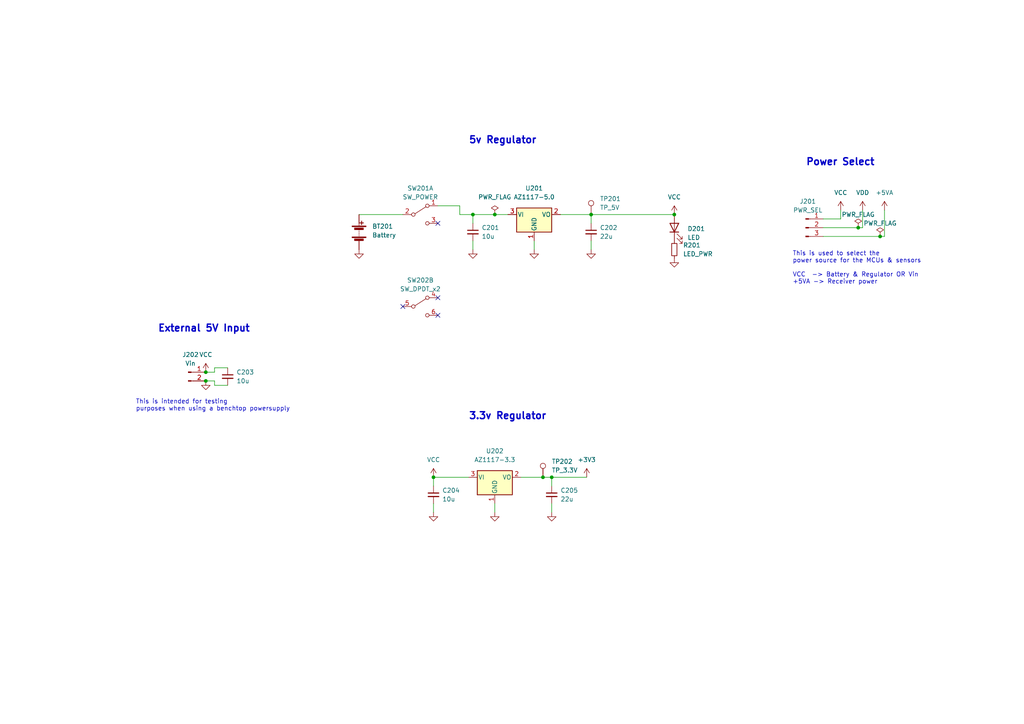
<source format=kicad_sch>
(kicad_sch (version 20211123) (generator eeschema)
  (paper "A4")
  (lib_symbols
    (symbol "Connector:Conn_01x02_Male" (pin_names (offset 1.016) hide)
      (property "Reference" "J" (at 0 2.54 0))
      (property "Value" "Conn_01x02_Male" (at 0 -5.08 0))
      (symbol "Conn_01x02_Male_1_1"
        (polyline (pts (xy 1.27 -2.54) (xy 0.8636 -2.54)) (stroke (width 0.1524)))
        (polyline (pts (xy 1.27 0) (xy 0.8636 0)) (stroke (width 0.1524)))
        (rectangle (start 0.8636 -2.413) (end 0 -2.667) (stroke (width 0.1524)) (fill (type outline)))
        (rectangle (start 0.8636 0.127) (end 0 -0.127) (stroke (width 0.1524)) (fill (type outline)))
        (pin passive line (at 5.08 0 180) (length 3.81) (name "Pin_1") (number "1"))
        (pin passive line (at 5.08 -2.54 180) (length 3.81) (name "Pin_2") (number "2"))
      )
    )
    (symbol "Connector:Conn_01x03_Male" (pin_names (offset 1.016) hide)
      (property "Reference" "J" (at 0 5.08 0))
      (property "Value" "Conn_01x03_Male" (at 0 -5.08 0))
      (symbol "Conn_01x03_Male_1_1"
        (polyline (pts (xy 1.27 -2.54) (xy 0.8636 -2.54)) (stroke (width 0.1524)))
        (polyline (pts (xy 1.27 0) (xy 0.8636 0)) (stroke (width 0.1524)))
        (polyline (pts (xy 1.27 2.54) (xy 0.8636 2.54)) (stroke (width 0.1524)))
        (rectangle (start 0.8636 -2.413) (end 0 -2.667) (stroke (width 0.1524)) (fill (type outline)))
        (rectangle (start 0.8636 0.127) (end 0 -0.127) (stroke (width 0.1524)) (fill (type outline)))
        (rectangle (start 0.8636 2.667) (end 0 2.413) (stroke (width 0.1524)) (fill (type outline)))
        (pin passive line (at 5.08 2.54 180) (length 3.81) (name "Pin_1") (number "1"))
        (pin passive line (at 5.08 0 180) (length 3.81) (name "Pin_2") (number "2"))
        (pin passive line (at 5.08 -2.54 180) (length 3.81) (name "Pin_3") (number "3"))
      )
    )
    (symbol "Connector:TestPoint" (pin_numbers hide) (pin_names (offset 0.762) hide)
      (property "Reference" "TP" (at 0 6.858 0))
      (property "Value" "TestPoint" (at 0 5.08 0))
      (symbol "TestPoint_0_1"
        (circle (center 0 3.302) (radius 0.762))
      )
      (symbol "TestPoint_1_1"
        (pin passive line (at 0 0 90) (length 2.54) (name "1") (number "1"))
      )
    )
    (symbol "Device:Battery" (pin_numbers hide) (pin_names (offset 0) hide)
      (property "Reference" "BT" (at 2.54 2.54 0))
      (property "Value" "Battery" (at 2.54 0 0))
      (symbol "Battery_0_1"
        (rectangle (start -2.032 -1.397) (end 2.032 -1.651) (fill (type outline)))
        (rectangle (start -2.032 1.778) (end 2.032 1.524) (fill (type outline)))
        (rectangle (start -1.3208 -1.9812) (end 1.27 -2.4892) (fill (type outline)))
        (rectangle (start -1.3208 1.1938) (end 1.27 0.6858) (fill (type outline)))
        (polyline (pts (xy 0 -1.524) (xy 0 -1.27)))
        (polyline (pts (xy 0 -1.016) (xy 0 -0.762)))
        (polyline (pts (xy 0 -0.508) (xy 0 -0.254)))
        (polyline (pts (xy 0 0) (xy 0 0.254)))
        (polyline (pts (xy 0 0.508) (xy 0 0.762)))
        (polyline (pts (xy 0 1.778) (xy 0 2.54)))
        (polyline (pts (xy 0.254 2.667) (xy 1.27 2.667)) (stroke (width 0.254)))
        (polyline (pts (xy 0.762 3.175) (xy 0.762 2.159)) (stroke (width 0.254)))
      )
      (symbol "Battery_1_1"
        (pin passive line (at 0 5.08 270) (length 2.54) (name "+") (number "1"))
        (pin passive line (at 0 -5.08 90) (length 2.54) (name "-") (number "2"))
      )
    )
    (symbol "Device:C_Small" (pin_numbers hide) (pin_names (offset 0.254) hide)
      (property "Reference" "C" (at 0.254 1.778 0))
      (property "Value" "C_Small" (at 0.254 -2.032 0))
      (symbol "C_Small_0_1"
        (polyline (pts (xy -1.524 -0.508) (xy 1.524 -0.508)) (stroke (width 0.3302)))
        (polyline (pts (xy -1.524 0.508) (xy 1.524 0.508)) (stroke (width 0.3048)))
      )
      (symbol "C_Small_1_1"
        (pin passive line (at 0 2.54 270) (length 2.032) (name "~") (number "1"))
        (pin passive line (at 0 -2.54 90) (length 2.032) (name "~") (number "2"))
      )
    )
    (symbol "Device:LED" (pin_numbers hide) (pin_names (offset 1.016) hide)
      (property "Reference" "D" (at 0 2.54 0))
      (property "Value" "LED" (at 0 -2.54 0))
      (symbol "LED_0_1"
        (polyline (pts (xy -1.27 -1.27) (xy -1.27 1.27)) (stroke (width 0.254)))
        (polyline (pts (xy -1.27 0) (xy 1.27 0)))
        (polyline (pts (xy 1.27 -1.27) (xy 1.27 1.27) (xy -1.27 0) (xy 1.27 -1.27)) (stroke (width 0.254)))
        (polyline (pts (xy -3.048 -0.762) (xy -4.572 -2.286) (xy -3.81 -2.286) (xy -4.572 -2.286) (xy -4.572 -1.524)))
        (polyline (pts (xy -1.778 -0.762) (xy -3.302 -2.286) (xy -2.54 -2.286) (xy -3.302 -2.286) (xy -3.302 -1.524)))
      )
      (symbol "LED_1_1"
        (pin passive line (at -3.81 0 0) (length 2.54) (name "K") (number "1"))
        (pin passive line (at 3.81 0 180) (length 2.54) (name "A") (number "2"))
      )
    )
    (symbol "Device:R_Small" (pin_numbers hide) (pin_names (offset 0.254) hide)
      (property "Reference" "R" (at 0.762 0.508 0))
      (property "Value" "R_Small" (at 0.762 -1.016 0))
      (symbol "R_Small_0_1"
        (rectangle (start -0.762 1.778) (end 0.762 -1.778) (stroke (width 0.2032)))
      )
      (symbol "R_Small_1_1"
        (pin passive line (at 0 2.54 270) (length 0.762) (name "~") (number "1"))
        (pin passive line (at 0 -2.54 90) (length 0.762) (name "~") (number "2"))
      )
    )
    (symbol "Regulator_Linear:AZ1117-5.0" (pin_names (offset 0.254))
      (property "Reference" "U" (at -3.81 3.175 0))
      (property "Value" "AZ1117-5.0" (at 0 3.175 0))
      (symbol "AZ1117-5.0_0_1"
        (rectangle (start -5.08 1.905) (end 5.08 -5.08) (stroke (width 0.254)) (fill (type background)))
      )
      (symbol "AZ1117-5.0_1_1"
        (pin power_in line (at 0 -7.62 90) (length 2.54) (name "GND") (number "1"))
        (pin power_out line (at 7.62 0 180) (length 2.54) (name "VO") (number "2"))
        (pin power_in line (at -7.62 0 0) (length 2.54) (name "VI") (number "3"))
      )
    )
    (symbol "Switch:SW_DPDT_x2" (pin_names (offset 0) hide)
      (property "Reference" "SW" (at 0 4.318 0))
      (property "Value" "SW_DPDT_x2" (at 0 -5.08 0))
      (symbol "SW_DPDT_x2_0_0"
        (circle (center -2.032 0) (radius 0.508))
        (circle (center 2.032 -2.54) (radius 0.508))
      )
      (symbol "SW_DPDT_x2_0_1"
        (polyline (pts (xy -1.524 0.254) (xy 1.651 2.286)))
        (circle (center 2.032 2.54) (radius 0.508))
      )
      (symbol "SW_DPDT_x2_1_1"
        (pin passive line (at 5.08 2.54 180) (length 2.54) (name "A") (number "1"))
        (pin passive line (at -5.08 0 0) (length 2.54) (name "B") (number "2"))
        (pin passive line (at 5.08 -2.54 180) (length 2.54) (name "C") (number "3"))
      )
      (symbol "SW_DPDT_x2_2_1"
        (pin passive line (at 5.08 2.54 180) (length 2.54) (name "A") (number "4"))
        (pin passive line (at -5.08 0 0) (length 2.54) (name "B") (number "5"))
        (pin passive line (at 5.08 -2.54 180) (length 2.54) (name "C") (number "6"))
      )
    )
    (symbol "power:+3.3V" (power) (pin_names (offset 0))
      (property "Value" "+3.3V" (at 0 3.556 0))
      (symbol "+3.3V_0_1"
        (polyline (pts (xy -0.762 1.27) (xy 0 2.54)))
        (polyline (pts (xy 0 0) (xy 0 2.54)))
        (polyline (pts (xy 0 2.54) (xy 0.762 1.27)))
      )
      (symbol "+3.3V_1_1"
        (pin power_in line (at 0 0 90) (length 0) hide (name "+3V3") (number "1"))
      )
    )
    (symbol "power:+5VA" (power) (pin_names (offset 0))
      (property "Value" "+5VA" (at 0 3.556 0))
      (symbol "+5VA_0_1"
        (polyline (pts (xy -0.762 1.27) (xy 0 2.54)))
        (polyline (pts (xy 0 0) (xy 0 2.54)))
        (polyline (pts (xy 0 2.54) (xy 0.762 1.27)))
      )
      (symbol "+5VA_1_1"
        (pin power_in line (at 0 0 90) (length 0) hide (name "+5VA") (number "1"))
      )
    )
    (symbol "power:GND" (power) (pin_names (offset 0))
      (property "Value" "GND" (at 0 -3.81 0))
      (symbol "GND_0_1"
        (polyline (pts (xy 0 0) (xy 0 -1.27) (xy 1.27 -1.27) (xy 0 -2.54) (xy -1.27 -1.27) (xy 0 -1.27)))
      )
      (symbol "GND_1_1"
        (pin power_in line (at 0 0 270) (length 0) hide (name "GND") (number "1"))
      )
    )
    (symbol "power:PWR_FLAG" (power) (pin_numbers hide) (pin_names (offset 0) hide)
      (property "Value" "PWR_FLAG" (at 0 3.81 0))
      (symbol "PWR_FLAG_0_0"
        (pin power_out line (at 0 0 90) (length 0) (name "pwr") (number "1"))
      )
      (symbol "PWR_FLAG_0_1"
        (polyline (pts (xy 0 0) (xy 0 1.27) (xy -1.016 1.905) (xy 0 2.54) (xy 1.016 1.905) (xy 0 1.27)))
      )
    )
    (symbol "power:VCC" (power) (pin_names (offset 0))
      (property "Value" "VCC" (at 0 3.81 0))
      (symbol "VCC_0_1"
        (polyline (pts (xy -0.762 1.27) (xy 0 2.54)))
        (polyline (pts (xy 0 0) (xy 0 2.54)))
        (polyline (pts (xy 0 2.54) (xy 0.762 1.27)))
      )
      (symbol "VCC_1_1"
        (pin power_in line (at 0 0 90) (length 0) hide (name "VCC") (number "1"))
      )
    )
    (symbol "power:VDD" (power) (pin_names (offset 0))
      (property "Value" "VDD" (at 0 3.81 0))
      (symbol "VDD_0_1"
        (polyline (pts (xy -0.762 1.27) (xy 0 2.54)))
        (polyline (pts (xy 0 0) (xy 0 2.54)))
        (polyline (pts (xy 0 2.54) (xy 0.762 1.27)))
      )
      (symbol "VDD_1_1"
        (pin power_in line (at 0 0 90) (length 0) hide (name "VDD") (number "1"))
      )
    )
  )
  (junction (at 255.27 68.58))
  (junction (at 59.69 107.95))
  (junction (at 143.51 62.23))
  (junction (at 137.16 62.23))
  (junction (at 248.92 66.04))
  (junction (at 195.58 62.23))
  (junction (at 59.69 110.49))
  (junction (at 160.02 138.43))
  (junction (at 171.45 62.23))
  (junction (at 125.73 138.43))
  (junction (at 157.48 138.43))
  (no_connect (at 127 64.77))
  (no_connect (at 127 86.36))
  (no_connect (at 127 91.44))
  (no_connect (at 116.84 88.9))
  (wire (pts (xy 171.45 72.39) (xy 171.45 69.85)))
  (wire (pts (xy 238.76 63.5) (xy 243.84 63.5)))
  (wire (pts (xy 160.02 138.43) (xy 160.02 140.97)))
  (wire (pts (xy 171.45 62.23) (xy 195.58 62.23)))
  (wire (pts (xy 125.73 140.97) (xy 125.73 138.43)))
  (wire (pts (xy 154.94 72.39) (xy 154.94 69.85)))
  (wire (pts (xy 250.19 66.04) (xy 250.19 60.96)))
  (wire (pts (xy 143.51 148.59) (xy 143.51 146.05)))
  (wire (pts (xy 62.23 106.68) (xy 66.04 106.68)))
  (wire (pts (xy 171.45 62.23) (xy 171.45 64.77)))
  (wire (pts (xy 243.84 63.5) (xy 243.84 60.96)))
  (wire (pts (xy 133.35 59.69) (xy 133.35 62.23)))
  (wire (pts (xy 238.76 68.58) (xy 255.27 68.58)))
  (wire (pts (xy 127 59.69) (xy 133.35 59.69)))
  (wire (pts (xy 59.69 107.95) (xy 62.23 107.95)))
  (wire (pts (xy 62.23 110.49) (xy 62.23 111.76)))
  (wire (pts (xy 248.92 66.04) (xy 250.19 66.04)))
  (wire (pts (xy 162.56 62.23) (xy 171.45 62.23)))
  (wire (pts (xy 170.18 138.43) (xy 160.02 138.43)))
  (wire (pts (xy 238.76 66.04) (xy 248.92 66.04)))
  (wire (pts (xy 157.48 138.43) (xy 160.02 138.43)))
  (wire (pts (xy 137.16 64.77) (xy 137.16 62.23)))
  (wire (pts (xy 62.23 107.95) (xy 62.23 106.68)))
  (wire (pts (xy 59.69 110.49) (xy 62.23 110.49)))
  (wire (pts (xy 125.73 148.59) (xy 125.73 146.05)))
  (wire (pts (xy 137.16 72.39) (xy 137.16 69.85)))
  (wire (pts (xy 104.14 62.23) (xy 116.84 62.23)))
  (wire (pts (xy 137.16 62.23) (xy 143.51 62.23)))
  (wire (pts (xy 62.23 111.76) (xy 66.04 111.76)))
  (wire (pts (xy 160.02 148.59) (xy 160.02 146.05)))
  (wire (pts (xy 256.54 68.58) (xy 256.54 60.96)))
  (wire (pts (xy 125.73 138.43) (xy 135.89 138.43)))
  (wire (pts (xy 255.27 68.58) (xy 256.54 68.58)))
  (wire (pts (xy 143.51 62.23) (xy 147.32 62.23)))
  (wire (pts (xy 133.35 62.23) (xy 137.16 62.23)))
  (wire (pts (xy 151.13 138.43) (xy 157.48 138.43)))
  (text "This is intended for testing\npurposes when using a benchtop powersupply" (at 39.37 119.38 0) (effects (font (size 1.27 1.27)) (justify left bottom)))
  (text "5v Regulator" (at 135.89 41.91 0) (effects (font (size 2 2) (thickness 0.4) bold) (justify left bottom)))
  (text "3.3v Regulator" (at 135.89 121.92 0) (effects (font (size 2 2) (thickness 0.4) bold) (justify left bottom)))
  (text "Power Select" (at 233.68 48.26 0) (effects (font (size 2 2) (thickness 0.4) bold) (justify left bottom)))
  (text "External 5V Input" (at 45.72 96.52 0) (effects (font (size 2 2) (thickness 0.4) bold) (justify left bottom)))
  (text "This is used to select the \npower source for the MCUs & sensors\n\nVCC  -> Battery & Regulator OR Vin\n+5VA -> Receiver power" (at 229.87 82.55 0) (effects (font (size 1.27 1.27)) (justify left bottom)))
  (symbol (lib_id "Regulator_Linear:AZ1117-5.0") (at 143.51 138.43 0) (unit 1)
    (property "Reference" "U202" (at 143.51 130.81 0))
    (property "Value" "AZ1117-3.3" (at 143.51 133.35 0))
    (property "Datasheet" "https://www.diodes.com/assets/Datasheets/AZ1117.pdf" (effects hide))
  )
  (symbol (lib_id "power:GND") (at 195.58 74.93 0) (unit 1)
    (property "Reference" "#PWR0209" (effects hide))
    (property "Value" "GND" (effects hide))
  )
  (symbol (lib_id "power:GND") (at 171.45 72.39 0) (unit 1)
    (property "Reference" "#PWR0208" (effects hide))
    (property "Value" "GND" (effects hide))
  )
  (symbol (lib_id "Device:R_Small") (at 195.58 72.39 0) (unit 1)
    (property "Reference" "R201" (at 198.12 71.1199 0) (effects (justify left)))
    (property "Value" "LED_PWR" (at 198.12 73.6599 0) (effects (justify left)))
  )
  (symbol (lib_id "power:PWR_FLAG") (at 248.92 66.04 0) (unit 1)
    (property "Reference" "#FLG0104" (effects hide))
    (property "Value" "PWR_FLAG" (at 248.92 62.23 0))
  )
  (symbol (lib_id "power:GND") (at 137.16 72.39 0) (unit 1)
    (property "Reference" "#PWR0206" (effects hide))
    (property "Value" "GND" (effects hide))
  )
  (symbol (lib_id "Connector:Conn_01x02_Male") (at 54.61 107.95 0) (unit 1)
    (property "Reference" "J202" (at 55.245 102.87 0))
    (property "Value" "Vin" (at 55.245 105.41 0))
  )
  (symbol (lib_id "Connector:TestPoint") (at 171.45 62.23 0) (unit 1)
    (property "Reference" "TP201" (at 173.99 57.6579 0) (effects (justify left)))
    (property "Value" "TP_5V" (at 173.99 60.1979 0) (effects (justify left)))
  )
  (symbol (lib_id "Device:C_Small") (at 66.04 109.22 0) (unit 1)
    (property "Reference" "C203" (at 68.58 107.9562 0) (effects (justify left)))
    (property "Value" "10u" (at 68.58 110.4962 0) (effects (justify left)))
  )
  (symbol (lib_id "power:VCC") (at 125.73 138.43 0) (unit 1)
    (property "Reference" "#PWR0212" (effects hide))
    (property "Value" "VCC" (at 125.73 133.35 0))
  )
  (symbol (lib_id "Switch:SW_DPDT_x2") (at 121.92 88.9 0) (unit 2)
    (property "Reference" "SW202" (at 121.92 81.28 0))
    (property "Value" "SW_DPDT_x2" (at 121.92 83.82 0))
  )
  (symbol (lib_id "power:PWR_FLAG") (at 143.51 62.23 0) (unit 1)
    (property "Reference" "#FLG0101" (effects hide))
    (property "Value" "PWR_FLAG" (at 143.51 57.15 0))
  )
  (symbol (lib_id "power:PWR_FLAG") (at 255.27 68.58 0) (unit 1)
    (property "Reference" "#FLG0103" (effects hide))
    (property "Value" "PWR_FLAG" (at 255.27 64.77 0))
  )
  (symbol (lib_id "Device:C_Small") (at 171.45 67.31 0) (unit 1)
    (property "Reference" "C202" (at 173.99 66.0462 0) (effects (justify left)))
    (property "Value" "22u" (at 173.99 68.5862 0) (effects (justify left)))
  )
  (symbol (lib_id "Device:C_Small") (at 137.16 67.31 0) (unit 1)
    (property "Reference" "C201" (at 139.7 66.0462 0) (effects (justify left)))
    (property "Value" "10u" (at 139.7 68.5862 0) (effects (justify left)))
  )
  (symbol (lib_id "power:VDD") (at 250.19 60.96 0) (unit 1)
    (property "Reference" "#PWR0202" (effects hide))
    (property "Value" "VDD" (at 250.19 55.88 0))
  )
  (symbol (lib_id "power:GND") (at 160.02 148.59 0) (unit 1)
    (property "Reference" "#PWR0216" (effects hide))
    (property "Value" "GND" (effects hide))
  )
  (symbol (lib_id "Connector:Conn_01x03_Male") (at 233.68 66.04 0) (unit 1)
    (property "Reference" "J201" (at 234.315 58.42 0))
    (property "Value" "PWR_SEL" (at 234.315 60.96 0))
  )
  (symbol (lib_id "power:GND") (at 125.73 148.59 0) (unit 1)
    (property "Reference" "#PWR0214" (effects hide))
    (property "Value" "GND" (effects hide))
  )
  (symbol (lib_id "power:GND") (at 143.51 148.59 0) (unit 1)
    (property "Reference" "#PWR0215" (effects hide))
    (property "Value" "GND" (effects hide))
  )
  (symbol (lib_id "Device:C_Small") (at 125.73 143.51 0) (unit 1)
    (property "Reference" "C204" (at 128.27 142.2462 0) (effects (justify left)))
    (property "Value" "10u" (at 128.27 144.7862 0) (effects (justify left)))
  )
  (symbol (lib_id "power:+3.3V") (at 170.18 138.43 0) (unit 1)
    (property "Reference" "#PWR0213" (effects hide))
    (property "Value" "+3.3V" (at 170.18 133.35 0))
  )
  (symbol (lib_id "power:VCC") (at 195.58 62.23 0) (unit 1)
    (property "Reference" "#PWR0204" (effects hide))
    (property "Value" "VCC" (at 195.58 57.15 0))
  )
  (symbol (lib_id "power:GND") (at 154.94 72.39 0) (unit 1)
    (property "Reference" "#PWR0207" (effects hide))
    (property "Value" "GND" (effects hide))
  )
  (symbol (lib_id "Device:Battery") (at 104.14 67.31 0) (unit 1)
    (property "Reference" "BT201" (at 107.95 65.6589 0) (effects (justify left)))
    (property "Value" "Battery" (at 107.95 68.1989 0) (effects (justify left)))
  )
  (symbol (lib_id "Switch:SW_DPDT_x2") (at 121.92 62.23 0) (unit 1)
    (property "Reference" "SW201" (at 121.92 54.61 0))
    (property "Value" "SW_POWER" (at 121.92 57.15 0))
  )
  (symbol (lib_id "power:GND") (at 104.14 72.39 0) (unit 1)
    (property "Reference" "#PWR0205" (effects hide))
    (property "Value" "GND" (effects hide))
  )
  (symbol (lib_id "Device:C_Small") (at 160.02 143.51 0) (unit 1)
    (property "Reference" "C205" (at 162.56 142.2462 0) (effects (justify left)))
    (property "Value" "22u" (at 162.56 144.7862 0) (effects (justify left)))
  )
  (symbol (lib_id "Device:LED") (at 195.58 66.04 90) (unit 1)
    (property "Reference" "D201" (at 199.39 66.3574 90) (effects (justify right)))
    (property "Value" "LED" (at 199.39 68.8974 90) (effects (justify right)))
  )
  (symbol (lib_id "power:VCC") (at 243.84 60.96 0) (unit 1)
    (property "Reference" "#PWR0201" (effects hide))
    (property "Value" "VCC" (at 243.84 55.88 0))
  )
  (symbol (lib_id "Connector:TestPoint") (at 157.48 138.43 0) (unit 1)
    (property "Reference" "TP202" (at 160.02 133.8579 0) (effects (justify left)))
    (property "Value" "TP_3.3V" (at 160.02 136.3979 0) (effects (justify left)))
  )
  (symbol (lib_id "power:+5VA") (at 256.54 60.96 0) (unit 1)
    (property "Reference" "#PWR0203" (effects hide))
    (property "Value" "+5VA" (at 256.54 55.88 0))
  )
  (symbol (lib_id "power:GND") (at 59.69 110.49 0) (unit 1)
    (property "Reference" "#PWR0211" (effects hide))
    (property "Value" "GND" (effects hide))
  )
  (symbol (lib_id "Regulator_Linear:AZ1117-5.0") (at 154.94 62.23 0) (unit 1)
    (property "Reference" "U201" (at 154.94 54.61 0))
    (property "Value" "AZ1117-5.0" (at 154.94 57.15 0))
    (property "Datasheet" "https://www.diodes.com/assets/Datasheets/AZ1117.pdf" (effects hide))
  )
  (symbol (lib_id "power:VCC") (at 59.69 107.95 0) (unit 1)
    (property "Reference" "#PWR0210" (effects hide))
    (property "Value" "VCC" (at 59.69 102.87 0))
  )
)
</source>
